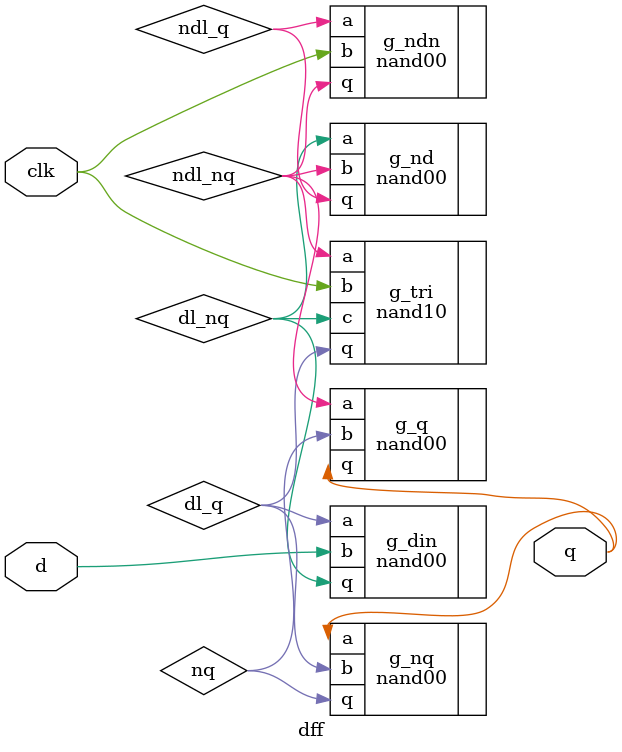
<source format=v>
`timescale 1ns/1ps

/*
Gate-level D flip flop

Sources:
Basedd on schematic by Wikipedia user Nolanjshettle:
https://en.wikipedia.org/wiki/Flip-flop_(electronics)#/media/File:Edge_triggered_D_flip_flop.svg
*/

module dff(
        input clk,
        input d,
        output q
    );

    wire dl_q;
    wire dl_nq;
    wire ndl_q;
    wire ndl_nq;
    wire nq;

    nand00 g_din(
        .a(dl_q),
        .b(d),
        .q(dl_nq)
    );
    nand10 g_tri(
        .a(ndl_nq),
        .b(clk),
        .c(dl_nq),
        .q(dl_q)
    );
    nand00 g_nd(
        .a(dl_nq),
        .b(ndl_nq),
        .q(ndl_q)
    );
    nand00 g_ndn(
        .a(ndl_q),
        .b(clk),
        .q(ndl_nq)
    );
    nand00 g_q(
        .a(ndl_nq),
        .b(nq),
        .q(q)
    );
    nand00 g_nq(
        .a(q),
        .b(dl_q),
        .q(nq)
    );
endmodule
</source>
